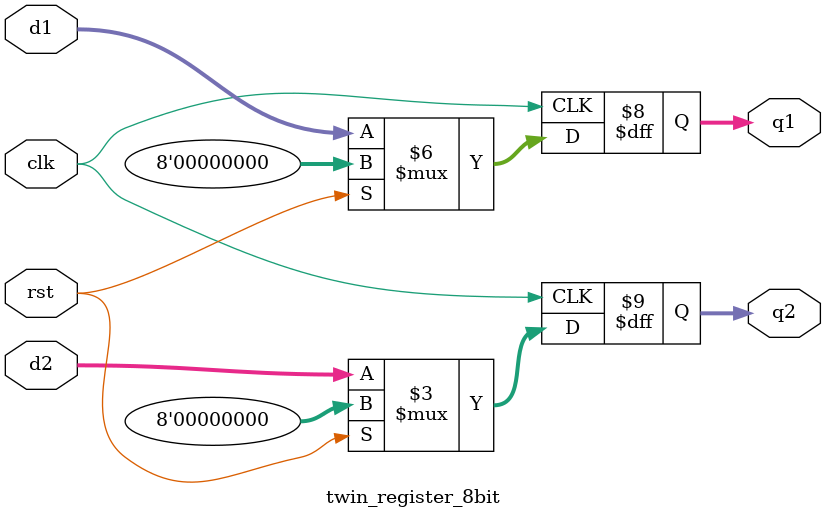
<source format=v>
`timescale 1ns / 1ps


module twin_register_8bit(q1, q2, clk, rst, d1, d2);
input clk, rst;
input [7:0]d1, d2;
output reg[7:0]q1, q2;

     always@(posedge clk)
         if(rst)begin
            q1 <= 0;
            q2 <= 0; 
            end
         else begin
            q1 <= d1;
            q2 <= d2;
         end
endmodule
</source>
